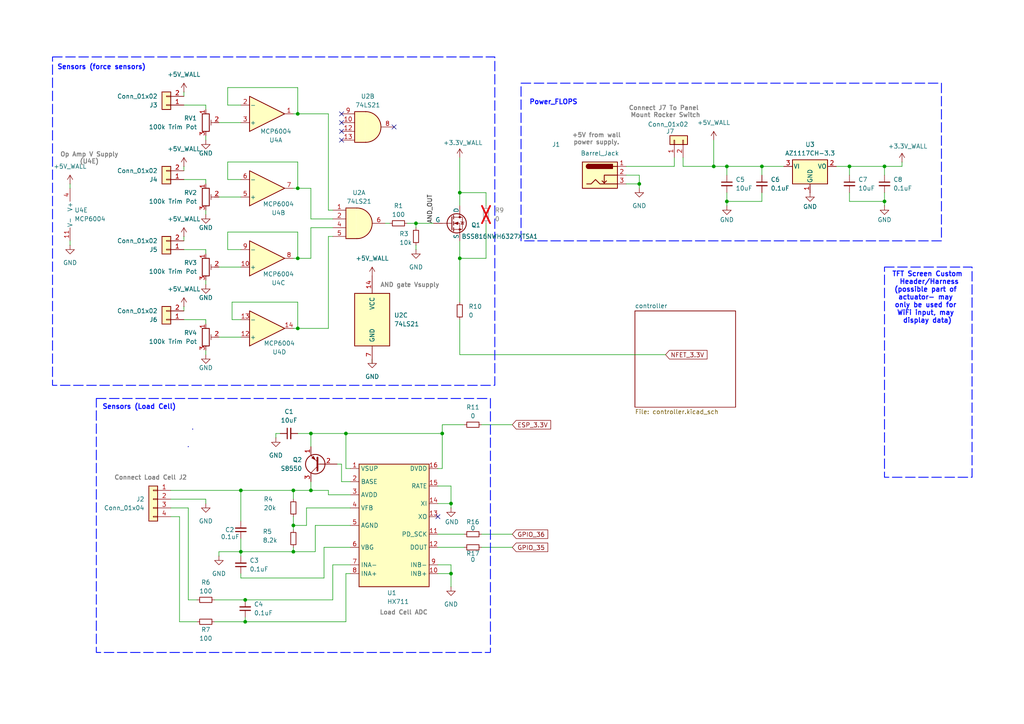
<source format=kicad_sch>
(kicad_sch (version 20231120) (generator "eeschema") (generator_version "8.0")
  (paper "A4")
  (title_block (title "FLOPS") (date "2024-11-14") (rev "3") (company "Team 09"))
  (lib_symbols
    (symbol "74xx:74LS21" (pin_names (offset 1.016))
      (property "Reference" "U" (at 0 1.27 0))
      (property "Value" "74LS21" (at 0 -1.27 0))
      (symbol "74LS21_1_1"
        (arc (start -0.635 -4.445) (mid 3.7907 0) (end -0.635 4.445) (stroke (width 0.254)) (fill (type background)))
        (polyline (pts (xy -0.635 4.445) (xy -3.81 4.445) (xy -3.81 -4.445) (xy -0.635 -4.445)) (stroke (width 0.254)) (fill (type background)))
        (pin input line (at -7.62 3.81 0) (length 3.81) (name "~") (number "1"))
        (pin input line (at -7.62 1.27 0) (length 3.81) (name "~") (number "2"))
        (pin input line (at -7.62 -1.27 0) (length 3.81) (name "~") (number "4"))
        (pin input line (at -7.62 -3.81 0) (length 3.81) (name "~") (number "5"))
        (pin output line (at 7.62 0 180) (length 3.81) (name "~") (number "6"))
      )
      (symbol "74LS21_1_2"
        (arc (start -3.81 -4.445) (mid -2.5908 0) (end -3.81 4.445) (stroke (width 0.254)))
        (arc (start -0.6096 -4.445) (mid 2.2246 -2.8422) (end 3.81 0) (stroke (width 0.254)) (fill (type background)))
        (polyline (pts (xy -3.81 -4.445) (xy -0.635 -4.445)) (stroke (width 0.254)) (fill (type background)))
        (polyline (pts (xy -3.81 4.445) (xy -0.635 4.445)) (stroke (width 0.254)) (fill (type background)))
        (polyline (pts (xy -0.635 4.445) (xy -3.81 4.445) (xy -3.81 4.445) (xy -3.6322 4.0894) (xy -3.0988 2.921) (xy -2.7686 1.6764) (xy -2.6162 0.4318) (xy -2.6416 -0.8636) (xy -2.8702 -2.1082) (xy -3.2512 -3.3274) (xy -3.81 -4.445) (xy -3.81 -4.445) (xy -0.635 -4.445)) (stroke (width -25.4)) (fill (type background)))
        (arc (start 3.81 0) (mid 2.2204 2.8379) (end -0.6096 4.445) (stroke (width 0.254)) (fill (type background)))
        (pin input inverted (at -7.62 3.81 0) (length 3.81) (name "~") (number "1"))
        (pin input inverted (at -7.62 1.27 0) (length 4.826) (name "~") (number "2"))
        (pin input inverted (at -7.62 -1.27 0) (length 4.826) (name "~") (number "4"))
        (pin input inverted (at -7.62 -3.81 0) (length 3.81) (name "~") (number "5"))
        (pin output inverted (at 7.62 0 180) (length 3.81) (name "~") (number "6"))
      )
      (symbol "74LS21_2_1"
        (arc (start -0.635 -4.445) (mid 3.7907 0) (end -0.635 4.445) (stroke (width 0.254)) (fill (type background)))
        (polyline (pts (xy -0.635 4.445) (xy -3.81 4.445) (xy -3.81 -4.445) (xy -0.635 -4.445)) (stroke (width 0.254)) (fill (type background)))
        (pin input line (at -7.62 1.27 0) (length 3.81) (name "~") (number "10"))
        (pin input line (at -7.62 -1.27 0) (length 3.81) (name "~") (number "12"))
        (pin input line (at -7.62 -3.81 0) (length 3.81) (name "~") (number "13"))
        (pin output line (at 7.62 0 180) (length 3.81) (name "~") (number "8"))
        (pin input line (at -7.62 3.81 0) (length 3.81) (name "~") (number "9"))
      )
      (symbol "74LS21_2_2"
        (arc (start -3.81 -4.445) (mid -2.5908 0) (end -3.81 4.445) (stroke (width 0.254)))
        (arc (start -0.6096 -4.445) (mid 2.2246 -2.8422) (end 3.81 0) (stroke (width 0.254)) (fill (type background)))
        (polyline (pts (xy -3.81 -4.445) (xy -0.635 -4.445)) (stroke (width 0.254)) (fill (type background)))
        (polyline (pts (xy -3.81 4.445) (xy -0.635 4.445)) (stroke (width 0.254)) (fill (type background)))
        (polyline (pts (xy -0.635 4.445) (xy -3.81 4.445) (xy -3.81 4.445) (xy -3.6322 4.0894) (xy -3.0988 2.921) (xy -2.7686 1.6764) (xy -2.6162 0.4318) (xy -2.6416 -0.8636) (xy -2.8702 -2.1082) (xy -3.2512 -3.3274) (xy -3.81 -4.445) (xy -3.81 -4.445) (xy -0.635 -4.445)) (stroke (width -25.4)) (fill (type background)))
        (arc (start 3.81 0) (mid 2.2204 2.8379) (end -0.6096 4.445) (stroke (width 0.254)) (fill (type background)))
        (pin input inverted (at -7.62 1.27 0) (length 4.826) (name "~") (number "10"))
        (pin input inverted (at -7.62 -1.27 0) (length 4.826) (name "~") (number "12"))
        (pin input inverted (at -7.62 -3.81 0) (length 3.81) (name "~") (number "13"))
        (pin output inverted (at 7.62 0 180) (length 3.81) (name "~") (number "8"))
        (pin input inverted (at -7.62 3.81 0) (length 3.81) (name "~") (number "9"))
      )
      (symbol "74LS21_3_0"
        (pin power_in line (at 0 12.7 270) (length 5.08) (name "VCC") (number "14"))
        (pin power_in line (at 0 -12.7 90) (length 5.08) (name "GND") (number "7"))
      )
      (symbol "74LS21_3_1"
        (rectangle (start -5.08 7.62) (end 5.08 -7.62) (stroke (width 0.254)) (fill (type background)))
      )
    )
    (symbol "Amplifier_Operational:MCP6004" (pin_names (offset 0.127))
      (property "Reference" "U" (at 0 5.08 0))
      (property "Value" "MCP6004" (at 0 -5.08 0))
      (symbol "MCP6004_1_1"
        (polyline (pts (xy -5.08 5.08) (xy 5.08 0) (xy -5.08 -5.08) (xy -5.08 5.08)) (stroke (width 0.254)) (fill (type background)))
        (pin output line (at 7.62 0 180) (length 2.54) (name "~") (number "1"))
        (pin input line (at -7.62 -2.54 0) (length 2.54) (name "-") (number "2"))
        (pin input line (at -7.62 2.54 0) (length 2.54) (name "+") (number "3"))
      )
      (symbol "MCP6004_2_1"
        (polyline (pts (xy -5.08 5.08) (xy 5.08 0) (xy -5.08 -5.08) (xy -5.08 5.08)) (stroke (width 0.254)) (fill (type background)))
        (pin input line (at -7.62 2.54 0) (length 2.54) (name "+") (number "5"))
        (pin input line (at -7.62 -2.54 0) (length 2.54) (name "-") (number "6"))
        (pin output line (at 7.62 0 180) (length 2.54) (name "~") (number "7"))
      )
      (symbol "MCP6004_3_1"
        (polyline (pts (xy -5.08 5.08) (xy 5.08 0) (xy -5.08 -5.08) (xy -5.08 5.08)) (stroke (width 0.254)) (fill (type background)))
        (pin input line (at -7.62 2.54 0) (length 2.54) (name "+") (number "10"))
        (pin output line (at 7.62 0 180) (length 2.54) (name "~") (number "8"))
        (pin input line (at -7.62 -2.54 0) (length 2.54) (name "-") (number "9"))
      )
      (symbol "MCP6004_4_1"
        (polyline (pts (xy -5.08 5.08) (xy 5.08 0) (xy -5.08 -5.08) (xy -5.08 5.08)) (stroke (width 0.254)) (fill (type background)))
        (pin input line (at -7.62 2.54 0) (length 2.54) (name "+") (number "12"))
        (pin input line (at -7.62 -2.54 0) (length 2.54) (name "-") (number "13"))
        (pin output line (at 7.62 0 180) (length 2.54) (name "~") (number "14"))
      )
      (symbol "MCP6004_5_1"
        (pin power_in line (at -2.54 -7.62 90) (length 3.81) (name "V-") (number "11"))
        (pin power_in line (at -2.54 7.62 270) (length 3.81) (name "V+") (number "4"))
      )
    )
    (symbol "Analog_ADC:HX711"
      (property "Reference" "U1" (at 2.1941 -20.32 0))
      (property "Value" "HX711" (at 2.1941 -22.86 0))
      (symbol "HX711_0_1"
        (rectangle (start -10.16 17.78) (end 10.16 -17.78) (stroke (width 0.254)) (fill (type background)))
      )
      (symbol "HX711_1_1"
        (pin power_in line (at -12.7 16.51 0) (length 2.54) (name "VSUP") (number "1"))
        (pin input line (at 12.7 -13.97 180) (length 2.54) (name "INB+") (number "10"))
        (pin input line (at 12.7 -2.54 180) (length 2.54) (name "PD_SCK") (number "11"))
        (pin output line (at 12.7 -6.35 180) (length 2.54) (name "DOUT") (number "12"))
        (pin passive line (at 12.7 2.54 180) (length 2.54) (name "XO") (number "13"))
        (pin passive line (at 12.7 6.35 180) (length 2.54) (name "XI") (number "14"))
        (pin input line (at 12.7 11.43 180) (length 2.54) (name "RATE") (number "15"))
        (pin power_in line (at 12.7 16.51 180) (length 2.54) (name "DVDD") (number "16"))
        (pin passive line (at -12.7 12.7 0) (length 2.54) (name "BASE") (number "2"))
        (pin power_in line (at -12.7 8.89 0) (length 2.54) (name "AVDD") (number "3"))
        (pin input line (at -12.7 5.08 0) (length 2.54) (name "VFB") (number "4"))
        (pin power_in line (at -12.7 0 0) (length 2.54) (name "AGND") (number "5"))
        (pin passive line (at -12.7 -6.35 0) (length 2.54) (name "VBG") (number "6"))
        (pin input line (at -12.7 -11.43 0) (length 2.54) (name "INA-") (number "7"))
        (pin input line (at -12.7 -13.97 0) (length 2.54) (name "INA+") (number "8"))
        (pin input line (at 12.7 -11.43 180) (length 2.54) (name "INB-") (number "9"))
      )
    )
    (symbol "Connector:Barrel_Jack_Switch_Pin3Ring" (pin_names hide)
      (property "Reference" "J" (at 0 5.334 0))
      (property "Value" "Barrel_Jack_Switch_Pin3Ring" (at 0 -5.08 0))
      (symbol "Barrel_Jack_Switch_Pin3Ring_0_1"
        (rectangle (start -5.08 3.81) (end 5.08 -3.81) (stroke (width 0.254)) (fill (type background)))
        (arc (start -3.302 3.175) (mid -3.9343 2.54) (end -3.302 1.905) (stroke (width 0.254)))
        (arc (start -3.302 3.175) (mid -3.9343 2.54) (end -3.302 1.905) (stroke (width 0.254)) (fill (type outline)))
        (polyline (pts (xy 1.27 -2.286) (xy 1.905 -1.651)) (stroke (width 0.254)))
        (polyline (pts (xy 5.08 2.54) (xy 3.81 2.54)) (stroke (width 0.254)))
        (polyline (pts (xy 5.08 0) (xy 1.27 0) (xy 1.27 -2.286) (xy 0.635 -1.651)) (stroke (width 0.254)))
        (polyline (pts (xy -3.81 -2.54) (xy -2.54 -2.54) (xy -1.27 -1.27) (xy 0 -2.54) (xy 2.54 -2.54) (xy 5.08 -2.54)) (stroke (width 0.254)))
        (rectangle (start 3.683 3.175) (end -3.302 1.905) (stroke (width 0.254)) (fill (type outline)))
      )
      (symbol "Barrel_Jack_Switch_Pin3Ring_1_1"
        (pin passive line (at 7.62 2.54 180) (length 2.54) (name "~") (number "1"))
        (pin passive line (at 7.62 0 180) (length 2.54) (name "~") (number "2"))
        (pin passive line (at 7.62 -2.54 180) (length 2.54) (name "~") (number "3"))
      )
    )
    (symbol "Connector_Generic:Conn_01x02" (pin_names (offset 1.016) hide)
      (property "Reference" "J" (at 0 2.54 0))
      (property "Value" "Conn_01x02" (at 0 -5.08 0))
      (symbol "Conn_01x02_1_1"
        (rectangle (start -1.27 -2.413) (end 0 -2.667) (stroke (width 0.1524)))
        (rectangle (start -1.27 0.127) (end 0 -0.127) (stroke (width 0.1524)))
        (rectangle (start -1.27 1.27) (end 1.27 -3.81) (stroke (width 0.254)) (fill (type background)))
        (pin passive line (at -5.08 0 0) (length 3.81) (name "Pin_1") (number "1"))
        (pin passive line (at -5.08 -2.54 0) (length 3.81) (name "Pin_2") (number "2"))
      )
    )
    (symbol "Connector_Generic:Conn_01x04" (pin_names (offset 1.016) hide)
      (property "Reference" "J" (at 0 5.08 0))
      (property "Value" "Conn_01x04" (at 0 -7.62 0))
      (symbol "Conn_01x04_1_1"
        (rectangle (start -1.27 -4.953) (end 0 -5.207) (stroke (width 0.1524)))
        (rectangle (start -1.27 -2.413) (end 0 -2.667) (stroke (width 0.1524)))
        (rectangle (start -1.27 0.127) (end 0 -0.127) (stroke (width 0.1524)))
        (rectangle (start -1.27 2.667) (end 0 2.413) (stroke (width 0.1524)))
        (rectangle (start -1.27 3.81) (end 1.27 -6.35) (stroke (width 0.254)) (fill (type background)))
        (pin passive line (at -5.08 2.54 0) (length 3.81) (name "Pin_1") (number "1"))
        (pin passive line (at -5.08 0 0) (length 3.81) (name "Pin_2") (number "2"))
        (pin passive line (at -5.08 -2.54 0) (length 3.81) (name "Pin_3") (number "3"))
        (pin passive line (at -5.08 -5.08 0) (length 3.81) (name "Pin_4") (number "4"))
      )
    )
    (symbol "Device:C_Small" (pin_numbers hide) (pin_names (offset 0.254) hide)
      (property "Reference" "C" (at 0.254 1.778 0))
      (property "Value" "C_Small" (at 0.254 -2.032 0))
      (symbol "C_Small_0_1"
        (polyline (pts (xy -1.524 -0.508) (xy 1.524 -0.508)) (stroke (width 0.3302)))
        (polyline (pts (xy -1.524 0.508) (xy 1.524 0.508)) (stroke (width 0.3048)))
      )
      (symbol "C_Small_1_1"
        (pin passive line (at 0 2.54 270) (length 2.032) (name "~") (number "1"))
        (pin passive line (at 0 -2.54 90) (length 2.032) (name "~") (number "2"))
      )
    )
    (symbol "Device:R_Potentiometer_Trim" (pin_names (offset 1.016) hide)
      (property "Reference" "RV" (at -4.445 0 90))
      (property "Value" "R_Potentiometer_Trim" (at -2.54 0 90))
      (symbol "R_Potentiometer_Trim_0_1"
        (polyline (pts (xy 1.524 0.762) (xy 1.524 -0.762)))
        (polyline (pts (xy 2.54 0) (xy 1.524 0)))
        (rectangle (start 1.016 2.54) (end -1.016 -2.54) (stroke (width 0.254)))
      )
      (symbol "R_Potentiometer_Trim_1_1"
        (pin passive line (at 0 3.81 270) (length 1.27) (name "1") (number "1"))
        (pin passive line (at 3.81 0 180) (length 1.27) (name "2") (number "2"))
        (pin passive line (at 0 -3.81 90) (length 1.27) (name "3") (number "3"))
      )
    )
    (symbol "Device:R_Small" (pin_numbers hide) (pin_names (offset 0.254) hide)
      (property "Reference" "R" (at 0.762 0.508 0))
      (property "Value" "R_Small" (at 0.762 -1.016 0))
      (symbol "R_Small_0_1"
        (rectangle (start -0.762 1.778) (end 0.762 -1.778) (stroke (width 0.2032)))
      )
      (symbol "R_Small_1_1"
        (pin passive line (at 0 2.54 270) (length 0.762) (name "~") (number "1"))
        (pin passive line (at 0 -2.54 90) (length 0.762) (name "~") (number "2"))
      )
    )
    (symbol "Regulator_Linear:AZ1117-3.3" (pin_names (offset 0.254))
      (property "Reference" "U" (at -3.81 3.175 0))
      (property "Value" "AZ1117-3.3" (at 0 3.175 0))
      (symbol "AZ1117-3.3_0_1"
        (rectangle (start -5.08 1.905) (end 5.08 -5.08) (stroke (width 0.254)) (fill (type background)))
      )
      (symbol "AZ1117-3.3_1_1"
        (pin power_in line (at 0 -7.62 90) (length 2.54) (name "GND") (number "1"))
        (pin power_out line (at 7.62 0 180) (length 2.54) (name "VO") (number "2"))
        (pin power_in line (at -7.62 0 0) (length 2.54) (name "VI") (number "3"))
      )
    )
    (symbol "Simulation_SPICE:NMOS" (pin_numbers hide) (pin_names (offset 0))
      (property "Reference" "Q" (at 5.08 1.27 0))
      (property "Value" "NMOS" (at 5.08 -1.27 0))
      (symbol "NMOS_0_1"
        (polyline (pts (xy 0.254 0) (xy -2.54 0)))
        (polyline (pts (xy 0.254 1.905) (xy 0.254 -1.905)) (stroke (width 0.254)))
        (polyline (pts (xy 0.762 -1.27) (xy 0.762 -2.286)) (stroke (width 0.254)))
        (polyline (pts (xy 0.762 0.508) (xy 0.762 -0.508)) (stroke (width 0.254)))
        (polyline (pts (xy 0.762 2.286) (xy 0.762 1.27)) (stroke (width 0.254)))
        (polyline (pts (xy 2.54 2.54) (xy 2.54 1.778)))
        (polyline (pts (xy 2.54 -2.54) (xy 2.54 0) (xy 0.762 0)))
        (polyline (pts (xy 0.762 -1.778) (xy 3.302 -1.778) (xy 3.302 1.778) (xy 0.762 1.778)))
        (polyline (pts (xy 1.016 0) (xy 2.032 0.381) (xy 2.032 -0.381) (xy 1.016 0)) (fill (type outline)))
        (polyline (pts (xy 2.794 0.508) (xy 2.921 0.381) (xy 3.683 0.381) (xy 3.81 0.254)))
        (polyline (pts (xy 3.302 0.381) (xy 2.921 -0.254) (xy 3.683 -0.254) (xy 3.302 0.381)))
        (circle (center 1.651 0) (radius 2.794) (stroke (width 0.254)))
        (circle (center 2.54 -1.778) (radius 0.254) (fill (type outline)))
        (circle (center 2.54 1.778) (radius 0.254) (fill (type outline)))
      )
      (symbol "NMOS_1_1"
        (pin passive line (at 2.54 5.08 270) (length 2.54) (name "D") (number "1"))
        (pin input line (at -5.08 0 0) (length 2.54) (name "G") (number "2"))
        (pin passive line (at 2.54 -5.08 90) (length 2.54) (name "S") (number "3"))
      )
    )
    (symbol "Transistor_BJT:S8550" (pin_names (offset 0) hide)
      (property "Reference" "Q" (at 5.08 1.905 0))
      (property "Value" "S8550" (at 5.08 0 0))
      (symbol "S8550_0_1"
        (polyline (pts (xy 0 0) (xy 0.635 0)))
        (polyline (pts (xy 2.54 -2.54) (xy 0.635 -0.635)))
        (polyline (pts (xy 2.54 2.54) (xy 0.635 0.635)))
        (polyline (pts (xy 0.635 1.905) (xy 0.635 -1.905) (xy 0.635 -1.905)) (stroke (width 0.508)) (fill (type outline)))
        (polyline (pts (xy 1.778 -2.286) (xy 2.286 -1.778) (xy 1.27 -1.27) (xy 1.778 -2.286) (xy 1.778 -2.286)) (fill (type outline)))
        (circle (center 1.27 0) (radius 2.8194) (stroke (width 0.254)))
      )
      (symbol "S8550_1_1"
        (pin passive line (at 2.54 -5.08 90) (length 2.54) (name "E") (number "1"))
        (pin input line (at -5.08 0 0) (length 5.08) (name "B") (number "2"))
        (pin passive line (at 2.54 5.08 270) (length 2.54) (name "C") (number "3"))
      )
    )
    (symbol "power:+3.3V" (power) (pin_numbers hide) (pin_names (offset 0) hide)
      (property "Value" "+3.3V" (at 0 3.556 0))
      (symbol "+3.3V_0_1"
        (polyline (pts (xy -0.762 1.27) (xy 0 2.54)))
        (polyline (pts (xy 0 0) (xy 0 2.54)))
        (polyline (pts (xy 0 2.54) (xy 0.762 1.27)))
      )
      (symbol "+3.3V_1_1"
        (pin power_in line (at 0 0 90) (length 0) (name "~") (number "1"))
      )
    )
    (symbol "power:+5V" (power) (pin_numbers hide) (pin_names (offset 0) hide)
      (property "Value" "+5V" (at 0 3.556 0))
      (symbol "+5V_0_1"
        (polyline (pts (xy -0.762 1.27) (xy 0 2.54)))
        (polyline (pts (xy 0 0) (xy 0 2.54)))
        (polyline (pts (xy 0 2.54) (xy 0.762 1.27)))
      )
      (symbol "+5V_1_1"
        (pin power_in line (at 0 0 90) (length 0) (name "~") (number "1"))
      )
    )
    (symbol "power:GND" (power) (pin_numbers hide) (pin_names (offset 0) hide)
      (property "Value" "GND" (at 0 -3.81 0))
      (symbol "GND_0_1"
        (polyline (pts (xy 0 0) (xy 0 -1.27) (xy 1.27 -1.27) (xy 0 -2.54) (xy -1.27 -1.27) (xy 0 -1.27)))
      )
      (symbol "GND_1_1"
        (pin power_in line (at 0 0 270) (length 0) (name "~") (number "1"))
      )
    )
  )
  (junction (at 130.81 166.37))
  (junction (at 220.98 48.26))
  (junction (at 133.35 55.88))
  (junction (at 210.82 48.26))
  (junction (at 128.27 125.73))
  (junction (at 86.36 74.93))
  (junction (at 207.01 48.26))
  (junction (at 90.17 125.73))
  (junction (at 69.85 160.02))
  (junction (at 85.09 142.24))
  (junction (at 69.85 142.24))
  (junction (at 256.54 58.42))
  (junction (at 100.33 125.73))
  (junction (at 210.82 58.42))
  (junction (at 71.12 173.99))
  (junction (at 71.12 180.34))
  (junction (at 85.09 152.4))
  (junction (at 90.17 142.24))
  (junction (at 130.81 146.05))
  (junction (at 86.36 54.61))
  (junction (at 86.36 33.02))
  (junction (at 246.38 48.26))
  (junction (at 85.09 160.02))
  (junction (at 120.65 64.77))
  (junction (at 185.42 53.34))
  (junction (at 133.35 74.93))
  (junction (at 86.36 95.25))
  (junction (at 256.54 48.26))
  (no_connect (at 127 149.86))
  (no_connect (at 99.06 33.02))
  (no_connect (at 114.3 36.83))
  (no_connect (at 99.06 35.56))
  (no_connect (at 99.06 40.64))
  (no_connect (at 99.06 38.1))
  (wire (pts (xy 62.23 173.99) (xy 71.12 173.99)))
  (wire (pts (xy 128.27 123.19) (xy 128.27 125.73)))
  (wire (pts (xy 85.09 74.93) (xy 86.36 74.93)))
  (wire (pts (xy 256.54 58.42) (xy 256.54 59.69)))
  (wire (pts (xy 185.42 53.34) (xy 185.42 54.61)))
  (wire (pts (xy 93.98 167.64) (xy 69.85 167.64)))
  (wire (pts (xy 49.53 142.24) (xy 69.85 142.24)))
  (wire (pts (xy 69.85 160.02) (xy 85.09 160.02)))
  (wire (pts (xy 63.5 57.15) (xy 69.85 57.15)))
  (wire (pts (xy 86.36 74.93) (xy 90.17 74.93)))
  (wire (pts (xy 69.85 142.24) (xy 69.85 151.13)))
  (wire (pts (xy 198.12 48.26) (xy 198.12 45.72)))
  (wire (pts (xy 242.57 48.26) (xy 246.38 48.26)))
  (wire (pts (xy 85.09 160.02) (xy 85.09 158.75)))
  (wire (pts (xy 53.34 92.71) (xy 59.69 92.71)))
  (wire (pts (xy 80.01 125.73) (xy 80.01 127)))
  (wire (pts (xy 69.85 156.21) (xy 69.85 160.02)))
  (wire (pts (xy 49.53 144.78) (xy 59.69 144.78)))
  (wire (pts (xy 63.5 160.02) (xy 69.85 160.02)))
  (wire (pts (xy 101.6 147.32) (xy 88.9 147.32)))
  (wire (pts (xy 59.69 30.48) (xy 59.69 31.75)))
  (wire (pts (xy 140.97 59.69) (xy 140.97 55.88)))
  (wire (pts (xy 90.17 125.73) (xy 100.33 125.73)))
  (wire (pts (xy 133.35 102.87) (xy 193.04 102.87)))
  (wire (pts (xy 198.12 48.26) (xy 207.01 48.26)))
  (wire (pts (xy 95.25 68.58) (xy 96.52 68.58)))
  (wire (pts (xy 59.69 144.78) (xy 59.69 146.05)))
  (wire (pts (xy 53.34 68.58) (xy 53.34 69.85)))
  (wire (pts (xy 246.38 48.26) (xy 246.38 50.8)))
  (wire (pts (xy 67.31 92.71) (xy 69.85 92.71)))
  (wire (pts (xy 59.69 72.39) (xy 59.69 73.66)))
  (wire (pts (xy 181.61 48.26) (xy 195.58 48.26)))
  (wire (pts (xy 220.98 48.26) (xy 220.98 50.8)))
  (wire (pts (xy 220.98 48.26) (xy 227.33 48.26)))
  (wire (pts (xy 66.04 72.39) (xy 69.85 72.39)))
  (wire (pts (xy 127 163.83) (xy 130.81 163.83)))
  (wire (pts (xy 59.69 39.37) (xy 59.69 40.64)))
  (wire (pts (xy 81.28 125.73) (xy 80.01 125.73)))
  (wire (pts (xy 20.32 53.34) (xy 20.32 54.61)))
  (wire (pts (xy 53.34 48.26) (xy 53.34 49.53)))
  (wire (pts (xy 63.5 35.56) (xy 69.85 35.56)))
  (wire (pts (xy 118.11 64.77) (xy 120.65 64.77)))
  (wire (pts (xy 53.34 88.9) (xy 53.34 90.17)))
  (wire (pts (xy 95.25 33.02) (xy 95.25 60.96)))
  (wire (pts (xy 85.09 152.4) (xy 85.09 153.67)))
  (wire (pts (xy 66.04 67.31) (xy 86.36 67.31)))
  (wire (pts (xy 52.07 149.86) (xy 52.07 180.34)))
  (wire (pts (xy 210.82 55.88) (xy 210.82 58.42)))
  (wire (pts (xy 67.31 87.63) (xy 67.31 92.71)))
  (wire (pts (xy 101.6 166.37) (xy 100.33 166.37)))
  (wire (pts (xy 90.17 125.73) (xy 90.17 129.54)))
  (wire (pts (xy 256.54 55.88) (xy 256.54 58.42)))
  (wire (pts (xy 140.97 64.77) (xy 140.97 74.93)))
  (wire (pts (xy 86.36 67.31) (xy 86.36 74.93)))
  (wire (pts (xy 86.36 46.99) (xy 86.36 54.61)))
  (wire (pts (xy 59.69 101.6) (xy 59.69 102.87)))
  (wire (pts (xy 85.09 33.02) (xy 86.36 33.02)))
  (wire (pts (xy 120.65 64.77) (xy 120.65 66.04)))
  (wire (pts (xy 85.09 149.86) (xy 85.09 152.4)))
  (wire (pts (xy 139.7 154.94) (xy 148.59 154.94)))
  (wire (pts (xy 210.82 58.42) (xy 220.98 58.42)))
  (wire (pts (xy 100.33 166.37) (xy 100.33 180.34)))
  (wire (pts (xy 20.32 69.85) (xy 20.32 71.12)))
  (wire (pts (xy 69.85 142.24) (xy 85.09 142.24)))
  (wire (pts (xy 63.5 161.29) (xy 63.5 160.02)))
  (wire (pts (xy 256.54 48.26) (xy 256.54 50.8)))
  (wire (pts (xy 133.35 45.72) (xy 133.35 55.88)))
  (wire (pts (xy 71.12 173.99) (xy 96.52 173.99)))
  (wire (pts (xy 133.35 74.93) (xy 133.35 87.63)))
  (wire (pts (xy 101.6 135.89) (xy 100.33 135.89)))
  (wire (pts (xy 95.25 95.25) (xy 95.25 68.58)))
  (wire (pts (xy 49.53 147.32) (xy 54.61 147.32)))
  (wire (pts (xy 53.34 72.39) (xy 59.69 72.39)))
  (wire (pts (xy 139.7 158.75) (xy 148.59 158.75)))
  (wire (pts (xy 53.34 52.07) (xy 59.69 52.07)))
  (wire (pts (xy 86.36 54.61) (xy 90.17 54.61)))
  (wire (pts (xy 88.9 147.32) (xy 88.9 152.4)))
  (wire (pts (xy 85.09 160.02) (xy 91.44 160.02)))
  (wire (pts (xy 127 140.97) (xy 130.81 140.97)))
  (wire (pts (xy 130.81 146.05) (xy 130.81 147.32)))
  (wire (pts (xy 90.17 142.24) (xy 90.17 139.7)))
  (wire (pts (xy 59.69 81.28) (xy 59.69 82.55)))
  (wire (pts (xy 220.98 58.42) (xy 220.98 55.88)))
  (wire (pts (xy 85.09 142.24) (xy 90.17 142.24)))
  (wire (pts (xy 86.36 125.73) (xy 90.17 125.73)))
  (wire (pts (xy 91.44 152.4) (xy 91.44 160.02)))
  (wire (pts (xy 100.33 125.73) (xy 100.33 135.89)))
  (wire (pts (xy 49.53 149.86) (xy 52.07 149.86)))
  (wire (pts (xy 101.6 143.51) (xy 95.25 143.51)))
  (wire (pts (xy 134.62 123.19) (xy 128.27 123.19)))
  (wire (pts (xy 207.01 48.26) (xy 210.82 48.26)))
  (wire (pts (xy 207.01 40.64) (xy 207.01 48.26)))
  (wire (pts (xy 210.82 48.26) (xy 210.82 50.8)))
  (wire (pts (xy 53.34 26.67) (xy 53.34 27.94)))
  (wire (pts (xy 86.36 25.4) (xy 86.36 33.02)))
  (wire (pts (xy 66.04 52.07) (xy 69.85 52.07)))
  (wire (pts (xy 148.59 123.19) (xy 139.7 123.19)))
  (wire (pts (xy 140.97 55.88) (xy 133.35 55.88)))
  (wire (pts (xy 107.95 105.41) (xy 107.95 104.14)))
  (wire (pts (xy 59.69 92.71) (xy 59.69 93.98)))
  (wire (pts (xy 181.61 50.8) (xy 185.42 50.8)))
  (wire (pts (xy 256.54 48.26) (xy 261.62 48.26)))
  (wire (pts (xy 210.82 58.42) (xy 210.82 59.69)))
  (wire (pts (xy 127 166.37) (xy 130.81 166.37)))
  (wire (pts (xy 66.04 46.99) (xy 66.04 52.07)))
  (wire (pts (xy 88.9 152.4) (xy 85.09 152.4)))
  (wire (pts (xy 96.52 163.83) (xy 96.52 173.99)))
  (wire (pts (xy 52.07 180.34) (xy 57.15 180.34)))
  (wire (pts (xy 99.06 134.62) (xy 97.79 134.62)))
  (wire (pts (xy 62.23 180.34) (xy 71.12 180.34)))
  (wire (pts (xy 95.25 60.96) (xy 96.52 60.96)))
  (wire (pts (xy 90.17 63.5) (xy 96.52 63.5)))
  (wire (pts (xy 127 154.94) (xy 134.62 154.94)))
  (wire (pts (xy 120.65 64.77) (xy 125.73 64.77)))
  (wire (pts (xy 185.42 50.8) (xy 185.42 53.34)))
  (wire (pts (xy 71.12 180.34) (xy 100.33 180.34)))
  (wire (pts (xy 63.5 97.79) (xy 69.85 97.79)))
  (wire (pts (xy 140.97 74.93) (xy 133.35 74.93)))
  (wire (pts (xy 101.6 152.4) (xy 91.44 152.4)))
  (wire (pts (xy 99.06 134.62) (xy 99.06 139.7)))
  (wire (pts (xy 66.04 25.4) (xy 66.04 30.48)))
  (wire (pts (xy 90.17 54.61) (xy 90.17 63.5)))
  (wire (pts (xy 99.06 139.7) (xy 101.6 139.7)))
  (wire (pts (xy 59.69 60.96) (xy 59.69 62.23)))
  (wire (pts (xy 63.5 77.47) (xy 69.85 77.47)))
  (wire (pts (xy 210.82 48.26) (xy 220.98 48.26)))
  (wire (pts (xy 54.61 147.32) (xy 54.61 173.99)))
  (wire (pts (xy 133.35 55.88) (xy 133.35 59.69)))
  (wire (pts (xy 130.81 163.83) (xy 130.81 166.37)))
  (wire (pts (xy 130.81 140.97) (xy 130.81 146.05)))
  (wire (pts (xy 66.04 46.99) (xy 86.36 46.99)))
  (wire (pts (xy 85.09 54.61) (xy 86.36 54.61)))
  (wire (pts (xy 90.17 66.04) (xy 96.52 66.04)))
  (wire (pts (xy 85.09 95.25) (xy 86.36 95.25)))
  (wire (pts (xy 67.31 87.63) (xy 86.36 87.63)))
  (wire (pts (xy 120.65 71.12) (xy 120.65 72.39)))
  (wire (pts (xy 90.17 74.93) (xy 90.17 66.04)))
  (wire (pts (xy 133.35 69.85) (xy 133.35 74.93)))
  (wire (pts (xy 127 158.75) (xy 134.62 158.75)))
  (wire (pts (xy 53.34 30.48) (xy 59.69 30.48)))
  (wire (pts (xy 86.36 95.25) (xy 95.25 95.25)))
  (wire (pts (xy 100.33 125.73) (xy 128.27 125.73)))
  (wire (pts (xy 59.69 52.07) (xy 59.69 53.34)))
  (wire (pts (xy 95.25 142.24) (xy 90.17 142.24)))
  (wire (pts (xy 69.85 167.64) (xy 69.85 166.37)))
  (wire (pts (xy 246.38 55.88) (xy 246.38 58.42)))
  (wire (pts (xy 86.36 33.02) (xy 95.25 33.02)))
  (wire (pts (xy 54.61 173.99) (xy 57.15 173.99)))
  (wire (pts (xy 93.98 158.75) (xy 93.98 167.64)))
  (wire (pts (xy 85.09 142.24) (xy 85.09 144.78)))
  (wire (pts (xy 101.6 163.83) (xy 96.52 163.83)))
  (wire (pts (xy 86.36 87.63) (xy 86.36 95.25)))
  (wire (pts (xy 181.61 53.34) (xy 185.42 53.34)))
  (wire (pts (xy 133.35 92.71) (xy 133.35 102.87)))
  (wire (pts (xy 246.38 48.26) (xy 256.54 48.26)))
  (wire (pts (xy 130.81 166.37) (xy 130.81 170.18)))
  (wire (pts (xy 113.03 64.77) (xy 111.76 64.77)))
  (wire (pts (xy 71.12 180.34) (xy 71.12 179.07)))
  (wire (pts (xy 95.25 143.51) (xy 95.25 142.24)))
  (wire (pts (xy 66.04 25.4) (xy 86.36 25.4)))
  (wire (pts (xy 127 146.05) (xy 130.81 146.05)))
  (wire (pts (xy 101.6 158.75) (xy 93.98 158.75)))
  (wire (pts (xy 246.38 58.42) (xy 256.54 58.42)))
  (wire (pts (xy 195.58 48.26) (xy 195.58 45.72)))
  (wire (pts (xy 128.27 135.89) (xy 128.27 125.73)))
  (wire (pts (xy 261.62 46.99) (xy 261.62 48.26)))
  (wire (pts (xy 66.04 30.48) (xy 69.85 30.48)))
  (wire (pts (xy 66.04 67.31) (xy 66.04 72.39)))
  (wire (pts (xy 127 135.89) (xy 128.27 135.89)))
  (wire (pts (xy 69.85 160.02) (xy 69.85 161.29)))
  (rectangle (start 15.24 16.51) (end 143.51 111.76) (stroke (width 0.254) (type dash) (color 0 11 255 1)))
  (rectangle (start 151.13 24.13) (end 273.05 69.85) (stroke (width 0.254) (type dash) (color 0 11 255 1)))
  (circle (center 54.61 129.54) (radius 0.0001))
  (rectangle (start 256.54 77.47) (end 281.94 138.43) (stroke (width 0.254) (type dash) (color 0 11 255 1)))
  (rectangle (start 27.94 115.57) (end 142.24 189.23) (stroke (width 0.254) (type dash) (color 0 11 255 1)))
  (circle (center 55.88 124.46) (radius 0.0001))
  (text "Connect J7 To Panel\n Mount Rocker Switch" (at 192.532 32.512 0) (effects (font (size 1.27 1.27) (thickness 0.254) (bold yes))))
  (text "Power_FLOPS" (at 160.528 29.718 0) (effects (font (size 1.397 1.397) (thickness 0.2794) (bold yes))))
  (text "+5V from wall \npower supply. " (at 173.482 40.386 0) (effects (font (size 1.27 1.27) (thickness 0.254) (bold yes))))
  (text "Op Amp V Supply\n(U4E)\n" (at 25.908 45.974 0) (effects (font (size 1.27 1.27) (thickness 0.254) (bold yes))))
  (text "Sensors (Load Cell)" (at 40.386 118.11 0) (effects (font (size 1.397 1.397) (thickness 0.2794) (bold yes))))
  (text "Load Cell ADC" (at 117.094 177.8 0) (effects (font (size 1.27 1.27) (thickness 0.254) (bold yes))))
  (text "Sensors (force sensors)" (at 29.464 19.558 0) (effects (font (size 1.397 1.397) (thickness 0.2794) (bold yes))))
  (text "Connect Load Cell J2\n" (at 43.688 138.684 0) (effects (font (size 1.27 1.27) (thickness 0.254) (bold yes))))
  (text "TFT Screen Custom\n Header/Harness\n(possible part of \nactuator- may \nonly be used for \nWiFi input, may \ndisplay data)" (at 268.986 86.36 0) (effects (font (size 1.397 1.397) (thickness 0.2794) (bold yes))))
  (text "AND gate Vsupply\n" (at 118.872 82.804 0) (effects (font (size 1.27 1.27) (thickness 0.254) (bold yes))))
  (label "AND_OUT" (at 125.73 64.77 90))
  (global_label "NFET_3.3V" (shape input) (at 193.04 102.87 0) (property "Intersheetrefs" "${INTERSHEET_REFS}" (effects (hide yes))))
  (global_label "GPIO_35" (shape input) (at 148.59 158.75 0) (property "Intersheetrefs" "${INTERSHEET_REFS}" (effects (hide yes))))
  (global_label "GPIO_36" (shape input) (at 148.59 154.94 0) (property "Intersheetrefs" "${INTERSHEET_REFS}" (effects (hide yes))))
  (global_label "ESP_3.3V" (shape input) (at 148.59 123.19 0) (property "Intersheetrefs" "${INTERSHEET_REFS}" (effects (hide yes))))
  (symbol (lib_id "74xx:74LS21") (at 104.14 64.77 0) (unit 1)
    (property "Reference" "U2" (at 104.1303 55.88 0))
    (property "Value" "74LS21" (at 104.1303 58.42 0))
    (property "Footprint" "Package_SO:SOIC-14_3.9x8.7mm_P1.27mm" (effects (hide yes)))
    (property "Datasheet" "http://www.ti.com/lit/gpn/sn74LS21" (effects (hide yes)))
    (property "Description" "Dual 4-input AND" (effects (hide yes)))
  )
  (symbol (lib_id "Amplifier_Operational:MCP6004") (at 77.47 54.61 0) (mirror x) (unit 2)
    (property "Reference" "U4" (at 80.772 61.722 0))
    (property "Value" "MCP6004" (at 80.772 59.182 0))
    (property "Footprint" "Package_SO:SOIC-14_3.9x8.7mm_P1.27mm" (effects (hide yes)))
    (property "Datasheet" "http://ww1.microchip.com/downloads/en/DeviceDoc/21733j.pdf" (effects (hide yes)))
    (property "Description" "1MHz, Low-Power Op Amp, DIP-14/SOIC-14/TSSOP-14" (effects (hide yes)))
  )
  (symbol (lib_id "74xx:74LS21") (at 107.95 92.71 0) (unit 3)
    (property "Reference" "U2" (at 114.3 91.4399 0) (effects (justify left)))
    (property "Value" "74LS21" (at 114.3 93.9799 0) (effects (justify left)))
    (property "Footprint" "Package_SO:SOIC-14_3.9x8.7mm_P1.27mm" (effects (hide yes)))
    (property "Datasheet" "http://www.ti.com/lit/gpn/sn74LS21" (effects (hide yes)))
    (property "Description" "Dual 4-input AND" (effects (hide yes)))
  )
  (symbol (lib_id "Device:R_Small") (at 137.16 158.75 270) (unit 1)
    (property "Reference" "R17" (at 137.16 160.528 90))
    (property "Value" "0" (at 137.16 162.306 90))
    (property "Footprint" "Resistor_SMD:R_0603_1608Metric_Pad0.98x0.95mm_HandSolder" (effects (hide yes)))
    (property "Description" "Resistor, small symbol" (effects (hide yes)))
  )
  (symbol (lib_id "Device:R_Potentiometer_Trim") (at 59.69 77.47 0) (unit 1)
    (property "Reference" "RV3" (at 57.15 76.1999 0) (effects (justify right)))
    (property "Value" "100k Trim Pot" (at 57.15 78.7399 0) (effects (justify right)))
    (property "Footprint" "Potentiometer_SMD:Potentiometer_Bourns_TC33X_Vertical" (effects (hide yes)))
    (property "Description" "Trim-potentiometer" (effects (hide yes)))
  )
  (symbol (lib_id "power:GND") (at 234.95 55.88 0) (unit 1)
    (property "Reference" "#PWR02" (effects (hide yes)))
    (property "Value" "GND" (at 234.95 59.944 0))
    (property "Description" "Power symbol creates a global label with name \"GND\" , ground" (effects (hide yes)))
  )
  (symbol (lib_id "Device:R_Small") (at 85.09 147.32 180) (unit 1)
    (property "Reference" "R4" (at 76.454 144.78 0) (effects (justify right)))
    (property "Value" "20k" (at 76.454 147.32 0) (effects (justify right)))
    (property "Footprint" "Resistor_SMD:R_0603_1608Metric_Pad0.98x0.95mm_HandSolder" (effects (hide yes)))
    (property "Description" "Resistor, small symbol" (effects (hide yes)))
  )
  (symbol (lib_id "power:+3.3V") (at 107.95 80.01 0) (unit 1)
    (property "Reference" "#PWR026" (effects (hide yes)))
    (property "Value" "+5V_WALL" (at 107.95 74.93 0))
    (property "Description" "Power symbol creates a global label with name \"+3.3V\"" (effects (hide yes)))
  )
  (symbol (lib_id "power:GND") (at 130.81 147.32 0) (unit 1)
    (property "Reference" "#PWR015" (effects (hide yes)))
    (property "Value" "GND" (at 131.064 151.384 0))
    (property "Description" "Power symbol creates a global label with name \"GND\" , ground" (effects (hide yes)))
  )
  (symbol (lib_id "Amplifier_Operational:MCP6004") (at 77.47 74.93 0) (mirror x) (unit 3)
    (property "Reference" "U4" (at 80.772 82.042 0))
    (property "Value" "MCP6004" (at 80.772 79.502 0))
    (property "Footprint" "Package_SO:SOIC-14_3.9x8.7mm_P1.27mm" (effects (hide yes)))
    (property "Datasheet" "http://ww1.microchip.com/downloads/en/DeviceDoc/21733j.pdf" (effects (hide yes)))
    (property "Description" "1MHz, Low-Power Op Amp, DIP-14/SOIC-14/TSSOP-14" (effects (hide yes)))
  )
  (symbol (lib_id "Device:C_Small") (at 256.54 53.34 0) (unit 1)
    (property "Reference" "C8" (at 259.08 52.0762 0) (effects (justify left)))
    (property "Value" "0.1uF" (at 259.08 54.6162 0) (effects (justify left)))
    (property "Footprint" "Capacitor_SMD:C_0603_1608Metric_Pad1.08x0.95mm_HandSolder" (effects (hide yes)))
    (property "Description" "Unpolarized capacitor, small symbol" (effects (hide yes)))
  )
  (symbol (lib_id "power:GND") (at 59.69 40.64 0) (unit 1)
    (property "Reference" "#PWR025" (effects (hide yes)))
    (property "Value" "GND" (at 59.69 44.45 0))
    (property "Description" "Power symbol creates a global label with name \"GND\" , ground" (effects (hide yes)))
  )
  (symbol (lib_id "Device:C_Small") (at 69.85 163.83 180) (unit 1)
    (property "Reference" "C3" (at 72.39 162.5535 0) (effects (justify right)))
    (property "Value" "0.1uF" (at 72.39 165.0935 0) (effects (justify right)))
    (property "Footprint" "Capacitor_SMD:C_0603_1608Metric_Pad1.08x0.95mm_HandSolder" (effects (hide yes)))
    (property "Description" "Unpolarized capacitor, small symbol" (effects (hide yes)))
  )
  (symbol (lib_id "power:+5V") (at 20.32 53.34 0) (unit 1)
    (property "Reference" "#PWR05" (effects (hide yes)))
    (property "Value" "+5V_WALL" (at 20.32 48.26 0))
    (property "Description" "Power symbol creates a global label with name \"+5V\"" (effects (hide yes)))
  )
  (symbol (lib_id "Device:R_Small") (at 59.69 180.34 270) (unit 1)
    (property "Reference" "R7" (at 59.69 182.626 90))
    (property "Value" "100" (at 59.69 185.166 90))
    (property "Footprint" "Resistor_SMD:R_0603_1608Metric_Pad0.98x0.95mm_HandSolder" (effects (hide yes)))
    (property "Description" "Resistor, small symbol" (effects (hide yes)))
  )
  (symbol (lib_id "power:+3.3V") (at 261.62 46.99 0) (unit 1)
    (property "Reference" "#PWR07" (effects (hide yes)))
    (property "Value" "+3.3V_WALL" (at 257.556 42.418 0) (effects (justify left)))
    (property "Description" "Power symbol creates a global label with name \"+3.3V\"" (effects (hide yes)))
  )
  (symbol (lib_id "power:GND") (at 59.69 82.55 0) (unit 1)
    (property "Reference" "#PWR020" (effects (hide yes)))
    (property "Value" "GND" (at 59.69 86.36 0))
    (property "Description" "Power symbol creates a global label with name \"GND\" , ground" (effects (hide yes)))
  )
  (symbol (lib_id "power:+3.3V") (at 53.34 88.9 0) (unit 1)
    (property "Reference" "#PWR021" (effects (hide yes)))
    (property "Value" "+5V_WALL" (at 53.34 83.82 0))
    (property "Description" "Power symbol creates a global label with name \"+3.3V\"" (effects (hide yes)))
  )
  (symbol (lib_id "Connector_Generic:Conn_01x02") (at 195.58 40.64 90) (unit 1)
    (property "Reference" "J7" (at 195.5799 38.1 90) (effects (justify left)))
    (property "Value" "Conn_01x02" (at 199.644 36.068 90) (effects (justify left)))
    (property "Footprint" "Connector_JST:JST_XA_S02B-XASK-1N-BN_1x02_P2.50mm_Horizontal" (effects (hide yes)))
    (property "Description" "Generic connector, single row, 01x02, script generated (kicad-library-utils/schlib/autogen/connector/)" (effects (hide yes)))
  )
  (symbol (lib_id "Transistor_BJT:S8550") (at 92.71 134.62 180) (unit 1)
    (property "Reference" "Q2" (at 87.63 133.3499 0) (effects (justify left)))
    (property "Value" "S8550" (at 87.63 135.8899 0) (effects (justify left)))
    (property "Footprint" "Package_TO_SOT_SMD:SOT-23-3" (effects (hide yes)))
    (property "Datasheet" "http://www.unisonic.com.tw/datasheet/S8550.pdf" (effects (hide yes)))
    (property "Description" "0.7A Ic, 20V Vce, Low Voltage High Current PNP Transistor, TO-92" (effects (hide yes)))
  )
  (symbol (lib_id "Device:C_Small") (at 210.82 53.34 0) (unit 1)
    (property "Reference" "C5" (at 213.36 52.0762 0) (effects (justify left)))
    (property "Value" "10uF" (at 213.36 54.6162 0) (effects (justify left)))
    (property "Footprint" "Capacitor_SMD:C_0603_1608Metric_Pad1.08x0.95mm_HandSolder" (effects (hide yes)))
    (property "Description" "Unpolarized capacitor, small symbol" (effects (hide yes)))
  )
  (symbol (lib_id "Device:C_Small") (at 246.38 53.34 0) (unit 1)
    (property "Reference" "C7" (at 248.92 52.0762 0) (effects (justify left)))
    (property "Value" "10uF" (at 248.92 54.6162 0) (effects (justify left)))
    (property "Footprint" "Capacitor_SMD:C_0603_1608Metric_Pad1.08x0.95mm_HandSolder" (effects (hide yes)))
    (property "Description" "Unpolarized capacitor, small symbol" (effects (hide yes)))
  )
  (symbol (lib_id "power:+3.3V") (at 53.34 68.58 0) (unit 1)
    (property "Reference" "#PWR019" (effects (hide yes)))
    (property "Value" "+5V_WALL" (at 53.34 63.5 0))
    (property "Description" "Power symbol creates a global label with name \"+3.3V\"" (effects (hide yes)))
  )
  (symbol (lib_id "power:+5V") (at 207.01 40.64 0) (unit 1)
    (property "Reference" "#PWR01" (effects (hide yes)))
    (property "Value" "+5V_WALL" (at 207.01 35.56 0))
    (property "Description" "Power symbol creates a global label with name \"+5V\"" (effects (hide yes)))
  )
  (symbol (lib_id "power:GND") (at 130.81 170.18 0) (unit 1)
    (property "Reference" "#PWR014" (effects (hide yes)))
    (property "Value" "GND" (at 130.81 175.26 0))
    (property "Description" "Power symbol creates a global label with name \"GND\" , ground" (effects (hide yes)))
  )
  (symbol (lib_id "Analog_ADC:HX711") (at 114.3 152.4 0) (unit 1)
    (property "Reference" "U1" (at 112.268 171.958 0) (effects (justify left)))
    (property "Value" "HX711" (at 112.268 174.498 0) (effects (justify left)))
    (property "Footprint" "Package_SO:SOP-16_3.9x9.9mm_P1.27mm" (effects (hide yes)))
    (property "Datasheet" "https://web.archive.org/web/20220615044707/https://akizukidenshi.com/download/ds/avia/hx711.pdf" (effects (hide yes)))
    (property "Description" "24-Bit Analog-to-Digital Converter (ADC) for Weight Scales" (effects (hide yes)))
  )
  (symbol (lib_id "power:+3.3V") (at 53.34 26.67 0) (unit 1)
    (property "Reference" "#PWR018" (effects (hide yes)))
    (property "Value" "+5V_WALL" (at 53.34 21.59 0))
    (property "Description" "Power symbol creates a global label with name \"+3.3V\"" (effects (hide yes)))
  )
  (symbol (lib_id "power:GND") (at 59.69 146.05 0) (unit 1)
    (property "Reference" "#PWR012" (effects (hide yes)))
    (property "Value" "GND" (at 59.69 151.13 0))
    (property "Description" "Power symbol creates a global label with name \"GND\" , ground" (effects (hide yes)))
  )
  (symbol (lib_id "Device:R_Potentiometer_Trim") (at 59.69 35.56 0) (unit 1)
    (property "Reference" "RV1" (at 57.15 34.2899 0) (effects (justify right)))
    (property "Value" "100k Trim Pot" (at 57.15 36.8299 0) (effects (justify right)))
    (property "Footprint" "Potentiometer_SMD:Potentiometer_Bourns_TC33X_Vertical" (effects (hide yes)))
    (property "Description" "Trim-potentiometer" (effects (hide yes)))
  )
  (symbol (lib_id "Amplifier_Operational:MCP6004") (at 22.86 62.23 0) (unit 5)
    (property "Reference" "U4" (at 21.59 60.9599 0) (effects (justify left)))
    (property "Value" "MCP6004" (at 21.59 63.4999 0) (effects (justify left)))
    (property "Footprint" "Package_SO:SOIC-14_3.9x8.7mm_P1.27mm" (effects (hide yes)))
    (property "Datasheet" "http://ww1.microchip.com/downloads/en/DeviceDoc/21733j.pdf" (effects (hide yes)))
    (property "Description" "1MHz, Low-Power Op Amp, DIP-14/SOIC-14/TSSOP-14" (effects (hide yes)))
  )
  (symbol (lib_id "power:GND") (at 120.65 72.39 0) (unit 1)
    (property "Reference" "#PWR028" (effects (hide yes)))
    (property "Value" "GND" (at 120.65 77.47 0))
    (property "Description" "Power symbol creates a global label with name \"GND\" , ground" (effects (hide yes)))
  )
  (symbol (lib_id "Device:R_Small") (at 59.69 173.99 270) (unit 1)
    (property "Reference" "R6" (at 59.69 168.91 90))
    (property "Value" "100" (at 59.69 171.45 90))
    (property "Footprint" "Resistor_SMD:R_0603_1608Metric_Pad0.98x0.95mm_HandSolder" (effects (hide yes)))
    (property "Description" "Resistor, small symbol" (effects (hide yes)))
  )
  (symbol (lib_id "Device:R_Potentiometer_Trim") (at 59.69 97.79 0) (unit 1)
    (property "Reference" "RV4" (at 57.15 96.5199 0) (effects (justify right)))
    (property "Value" "100k Trim Pot" (at 57.15 99.0599 0) (effects (justify right)))
    (property "Footprint" "Potentiometer_SMD:Potentiometer_Bourns_TC33X_Vertical" (effects (hide yes)))
    (property "Description" "Trim-potentiometer" (effects (hide yes)))
  )
  (symbol (lib_id "power:+3.3V") (at 133.35 45.72 0) (unit 1)
    (property "Reference" "#PWR08" (effects (hide yes)))
    (property "Value" "+3.3V_WALL" (at 128.524 41.402 0) (effects (justify left)))
    (property "Description" "Power symbol creates a global label with name \"+3.3V\"" (effects (hide yes)))
  )
  (symbol (lib_id "Simulation_SPICE:NMOS") (at 130.81 64.77 0) (unit 1)
    (property "Reference" "Q1" (at 136.652 65.278 0) (effects (justify left)))
    (property "Value" "BSS816NWH6327XTSA1" (at 133.858 68.58 0) (effects (justify left)))
    (property "Footprint" "Package_TO_SOT_SMD:SOT-323_SC-70" (effects (hide yes)))
    (property "Datasheet" "https://ngspice.sourceforge.io/docs/ngspice-html-manual/manual.xhtml#cha_MOSFETs" (effects (hide yes)))
    (property "Description" "N-MOSFET transistor, drain/source/gate" (effects (hide yes)))
    (property "Sim.Device" "NMOS" (effects (hide yes)))
    (property "Sim.Type" "VDMOS" (effects (hide yes)))
    (property "Sim.Pins" "1=D 2=G 3=S" (effects (hide yes)))
  )
  (symbol (lib_id "Device:R_Small") (at 140.97 62.23 180) (unit 1) (dnp yes)
    (property "Reference" "R9" (at 143.51 60.9599 0) (effects (justify right)))
    (property "Value" "0" (at 143.51 63.4999 0) (effects (justify right)))
    (property "Footprint" "Resistor_SMD:R_0603_1608Metric_Pad0.98x0.95mm_HandSolder" (effects (hide yes)))
    (property "Description" "Resistor, small symbol" (effects (hide yes)))
  )
  (symbol (lib_id "Device:C_Small") (at 69.85 153.67 180) (unit 1)
    (property "Reference" "C2" (at 65.278 153.67 0) (effects (justify right)))
    (property "Value" "0.1uF" (at 64.008 155.702 0) (effects (justify right)))
    (property "Footprint" "Capacitor_SMD:C_0603_1608Metric_Pad1.08x0.95mm_HandSolder" (effects (hide yes)))
    (property "Description" "Unpolarized capacitor, small symbol" (effects (hide yes)))
  )
  (symbol (lib_id "Connector_Generic:Conn_01x02") (at 48.26 52.07 180) (unit 1)
    (property "Reference" "J4" (at 45.72 52.0701 0) (effects (justify left)))
    (property "Value" "Conn_01x02" (at 45.72 49.5301 0) (effects (justify left)))
    (property "Footprint" "Connector_JST:JST_XA_S02B-XASK-1N-BN_1x02_P2.50mm_Horizontal" (effects (hide yes)))
    (property "Description" "Generic connector, single row, 01x02, script generated (kicad-library-utils/schlib/autogen/connector/)" (effects (hide yes)))
  )
  (symbol (lib_id "Device:C_Small") (at 71.12 176.53 180) (unit 1)
    (property "Reference" "C4" (at 73.66 175.2535 0) (effects (justify right)))
    (property "Value" "0.1uF" (at 73.66 177.7935 0) (effects (justify right)))
    (property "Footprint" "Capacitor_SMD:C_0603_1608Metric_Pad1.08x0.95mm_HandSolder" (effects (hide yes)))
    (property "Description" "Unpolarized capacitor, small symbol" (effects (hide yes)))
  )
  (symbol (lib_id "Connector_Generic:Conn_01x02") (at 48.26 72.39 180) (unit 1)
    (property "Reference" "J5" (at 45.72 72.3901 0) (effects (justify left)))
    (property "Value" "Conn_01x02" (at 45.72 69.8501 0) (effects (justify left)))
    (property "Footprint" "Connector_JST:JST_XA_S02B-XASK-1N-BN_1x02_P2.50mm_Horizontal" (effects (hide yes)))
    (property "Description" "Generic connector, single row, 01x02, script generated (kicad-library-utils/schlib/autogen/connector/)" (effects (hide yes)))
  )
  (symbol (lib_id "Device:C_Small") (at 83.82 125.73 90) (unit 1)
    (property "Reference" "C1" (at 83.8263 119.38 90))
    (property "Value" "10uF" (at 83.8263 121.92 90))
    (property "Footprint" "Capacitor_SMD:C_0603_1608Metric_Pad1.08x0.95mm_HandSolder" (effects (hide yes)))
    (property "Description" "Unpolarized capacitor, small symbol" (effects (hide yes)))
  )
  (symbol (lib_id "Device:R_Small") (at 85.09 156.21 180) (unit 1)
    (property "Reference" "R5" (at 76.2 154.178 0) (effects (justify right)))
    (property "Value" "8.2k" (at 76.2 156.718 0) (effects (justify right)))
    (property "Footprint" "Resistor_SMD:R_0603_1608Metric_Pad0.98x0.95mm_HandSolder" (effects (hide yes)))
    (property "Description" "Resistor, small symbol" (effects (hide yes)))
  )
  (symbol (lib_id "power:GND") (at 185.42 54.61 0) (unit 1)
    (property "Reference" "#PWR03" (effects (hide yes)))
    (property "Value" "GND" (at 185.42 59.69 0))
    (property "Description" "Power symbol creates a global label with name \"GND\" , ground" (effects (hide yes)))
  )
  (symbol (lib_id "power:GND") (at 59.69 102.87 0) (unit 1)
    (property "Reference" "#PWR022" (effects (hide yes)))
    (property "Value" "GND" (at 59.69 106.68 0))
    (property "Description" "Power symbol creates a global label with name \"GND\" , ground" (effects (hide yes)))
  )
  (symbol (lib_id "Regulator_Linear:AZ1117-3.3") (at 234.95 48.26 0) (unit 1)
    (property "Reference" "U3" (at 234.95 41.91 0))
    (property "Value" "AZ1117CH-3.3" (at 234.95 44.45 0))
    (property "Footprint" "Package_TO_SOT_SMD:SOT-223-3_TabPin2" (effects (hide yes)))
    (property "Datasheet" "https://www.diodes.com/assets/Datasheets/AZ1117.pdf" (effects (hide yes)))
    (property "Description" "1A 20V Fixed LDO Linear Regulator, 3.3V, SOT-89/SOT-223/TO-220/TO-252/TO-263" (effects (hide yes)))
  )
  (symbol (lib_id "74xx:74LS21") (at 106.68 36.83 0) (unit 2)
    (property "Reference" "U2" (at 106.6703 27.94 0))
    (property "Value" "74LS21" (at 106.6703 30.48 0))
    (property "Footprint" "Package_SO:SOIC-14_3.9x8.7mm_P1.27mm" (effects (hide yes)))
    (property "Datasheet" "http://www.ti.com/lit/gpn/sn74LS21" (effects (hide yes)))
    (property "Description" "Dual 4-input AND" (effects (hide yes)))
  )
  (symbol (lib_id "Device:R_Small") (at 115.57 64.77 90) (unit 1)
    (property "Reference" "R1" (at 115.57 59.69 90))
    (property "Value" "100" (at 115.57 62.23 90))
    (property "Footprint" "Resistor_SMD:R_0603_1608Metric_Pad0.98x0.95mm_HandSolder" (effects (hide yes)))
    (property "Description" "Resistor, small symbol" (effects (hide yes)))
  )
  (symbol (lib_id "Connector_Generic:Conn_01x02") (at 48.26 30.48 180) (unit 1)
    (property "Reference" "J3" (at 45.72 30.4801 0) (effects (justify left)))
    (property "Value" "Conn_01x02" (at 45.72 27.9401 0) (effects (justify left)))
    (property "Footprint" "Connector_JST:JST_XA_S02B-XASK-1N-BN_1x02_P2.50mm_Horizontal" (effects (hide yes)))
    (property "Description" "Generic connector, single row, 01x02, script generated (kicad-library-utils/schlib/autogen/connector/)" (effects (hide yes)))
  )
  (symbol (lib_id "Device:R_Small") (at 133.35 90.17 180) (unit 1)
    (property "Reference" "R10" (at 135.89 88.8999 0) (effects (justify right)))
    (property "Value" "0" (at 135.89 91.4399 0) (effects (justify right)))
    (property "Footprint" "Resistor_SMD:R_0603_1608Metric_Pad0.98x0.95mm_HandSolder" (effects (hide yes)))
    (property "Description" "Resistor, small symbol" (effects (hide yes)))
  )
  (symbol (lib_id "Amplifier_Operational:MCP6004") (at 77.47 33.02 0) (mirror x) (unit 1)
    (property "Reference" "U4" (at 80.01 40.64 0))
    (property "Value" "MCP6004" (at 80.01 38.1 0))
    (property "Footprint" "Package_SO:SOIC-14_3.9x8.7mm_P1.27mm" (effects (hide yes)))
    (property "Datasheet" "http://ww1.microchip.com/downloads/en/DeviceDoc/21733j.pdf" (effects (hide yes)))
    (property "Description" "1MHz, Low-Power Op Amp, DIP-14/SOIC-14/TSSOP-14" (effects (hide yes)))
  )
  (symbol (lib_id "power:GND") (at 20.32 71.12 0) (unit 1)
    (property "Reference" "#PWR06" (effects (hide yes)))
    (property "Value" "GND" (at 20.32 76.2 0))
    (property "Description" "Power symbol creates a global label with name \"GND\" , ground" (effects (hide yes)))
  )
  (symbol (lib_id "Amplifier_Operational:MCP6004") (at 77.47 95.25 0) (mirror x) (unit 4)
    (property "Reference" "U4" (at 81.026 102.108 0))
    (property "Value" "MCP6004" (at 81.026 99.568 0))
    (property "Footprint" "Package_SO:SOIC-14_3.9x8.7mm_P1.27mm" (effects (hide yes)))
    (property "Datasheet" "http://ww1.microchip.com/downloads/en/DeviceDoc/21733j.pdf" (effects (hide yes)))
    (property "Description" "1MHz, Low-Power Op Amp, DIP-14/SOIC-14/TSSOP-14" (effects (hide yes)))
  )
  (symbol (lib_id "power:+3.3V") (at 53.34 48.26 0) (unit 1)
    (property "Reference" "#PWR016" (effects (hide yes)))
    (property "Value" "+5V_WALL" (at 53.34 43.18 0))
    (property "Description" "Power symbol creates a global label with name \"+3.3V\"" (effects (hide yes)))
  )
  (symbol (lib_id "power:GND") (at 59.69 62.23 0) (unit 1)
    (property "Reference" "#PWR017" (effects (hide yes)))
    (property "Value" "GND" (at 59.69 66.04 0))
    (property "Description" "Power symbol creates a global label with name \"GND\" , ground" (effects (hide yes)))
  )
  (symbol (lib_id "power:GND") (at 80.01 127 0) (unit 1)
    (property "Reference" "#PWR010" (effects (hide yes)))
    (property "Value" "GND" (at 80.01 132.08 0))
    (property "Description" "Power symbol creates a global label with name \"GND\" , ground" (effects (hide yes)))
  )
  (symbol (lib_id "power:GND") (at 107.95 104.14 0) (unit 1)
    (property "Reference" "#PWR027" (effects (hide yes)))
    (property "Value" "GND" (at 107.95 109.22 0))
    (property "Description" "Power symbol creates a global label with name \"GND\" , ground" (effects (hide yes)))
  )
  (symbol (lib_id "Device:R_Small") (at 137.16 154.94 270) (unit 1)
    (property "Reference" "R16" (at 137.16 151.384 90))
    (property "Value" "0" (at 137.16 153.162 90))
    (property "Footprint" "Resistor_SMD:R_0603_1608Metric_Pad0.98x0.95mm_HandSolder" (effects (hide yes)))
    (property "Description" "Resistor, small symbol" (effects (hide yes)))
  )
  (symbol (lib_id "Device:R_Small") (at 137.16 123.19 270) (unit 1)
    (property "Reference" "R11" (at 137.16 118.11 90))
    (property "Value" "0" (at 137.16 120.65 90))
    (property "Footprint" "Resistor_SMD:R_0603_1608Metric_Pad0.98x0.95mm_HandSolder" (effects (hide yes)))
    (property "Description" "Resistor, small symbol" (effects (hide yes)))
  )
  (symbol (lib_id "Device:R_Small") (at 120.65 68.58 0) (unit 1)
    (property "Reference" "R3" (at 115.824 67.818 0) (effects (justify left)))
    (property "Value" "10k" (at 115.824 70.358 0) (effects (justify left)))
    (property "Footprint" "Resistor_SMD:R_0603_1608Metric_Pad0.98x0.95mm_HandSolder" (effects (hide yes)))
    (property "Description" "Resistor, small symbol" (effects (hide yes)))
  )
  (symbol (lib_id "Device:R_Potentiometer_Trim") (at 59.69 57.15 0) (unit 1)
    (property "Reference" "RV2" (at 57.15 55.8799 0) (effects (justify right)))
    (property "Value" "100k Trim Pot" (at 57.15 58.4199 0) (effects (justify right)))
    (property "Footprint" "Potentiometer_SMD:Potentiometer_Bourns_TC33X_Vertical" (effects (hide yes)))
    (property "Description" "Trim-potentiometer" (effects (hide yes)))
  )
  (symbol (lib_id "power:GND") (at 256.54 59.69 0) (unit 1)
    (property "Reference" "#PWR023" (effects (hide yes)))
    (property "Value" "GND" (at 256.54 63.754 0))
    (property "Description" "Power symbol creates a global label with name \"GND\" , ground" (effects (hide yes)))
  )
  (symbol (lib_id "Connector_Generic:Conn_01x04") (at 44.45 144.78 0) (mirror y) (unit 1)
    (property "Reference" "J2" (at 41.91 144.7799 0) (effects (justify left)))
    (property "Value" "Conn_01x04" (at 41.91 147.3199 0) (effects (justify left)))
    (property "Footprint" "Connector_JST:JST_XA_S04B-XASK-1N-BN_1x04_P2.50mm_Horizontal" (effects (hide yes)))
    (property "Description" "Generic connector, single row, 01x04, script generated (kicad-library-utils/schlib/autogen/connector/)" (effects (hide yes)))
  )
  (symbol (lib_id "power:GND") (at 210.82 59.69 0) (unit 1)
    (property "Reference" "#PWR09" (effects (hide yes)))
    (property "Value" "GND" (at 210.82 63.754 0))
    (property "Description" "Power symbol creates a global label with name \"GND\" , ground" (effects (hide yes)))
  )
  (symbol (lib_id "Device:C_Small") (at 220.98 53.34 0) (unit 1)
    (property "Reference" "C6" (at 223.52 52.0762 0) (effects (justify left)))
    (property "Value" "0.1uF" (at 223.52 54.6162 0) (effects (justify left)))
    (property "Footprint" "Capacitor_SMD:C_0603_1608Metric_Pad1.08x0.95mm_HandSolder" (effects (hide yes)))
    (property "Description" "Unpolarized capacitor, small symbol" (effects (hide yes)))
  )
  (symbol (lib_id "power:GND") (at 63.5 161.29 0) (unit 1)
    (property "Reference" "#PWR013" (effects (hide yes)))
    (property "Value" "GND" (at 63.5 166.37 0))
    (property "Description" "Power symbol creates a global label with name \"GND\" , ground" (effects (hide yes)))
  )
  (symbol (lib_id "Connector:Barrel_Jack_Switch_Pin3Ring") (at 173.99 50.8 0) (unit 1)
    (property "Reference" "J1" (at 161.29 41.91 0))
    (property "Value" "Barrel_Jack" (at 173.99 44.45 0))
    (property "Footprint" "Connector_BarrelJack:BarrelJack_Kycon_KLDX-0202-xC_Horizontal" (effects (hide yes)))
    (property "Description" "DC Barrel Jack with an internal switch" (effects (hide yes)))
  )
  (symbol (lib_id "Connector_Generic:Conn_01x02") (at 48.26 92.71 180) (unit 1)
    (property "Reference" "J6" (at 45.72 92.7101 0) (effects (justify left)))
    (property "Value" "Conn_01x02" (at 45.72 90.1701 0) (effects (justify left)))
    (property "Footprint" "Connector_JST:JST_XA_S02B-XASK-1N-BN_1x02_P2.50mm_Horizontal" (effects (hide yes)))
    (property "Description" "Generic connector, single row, 01x02, script generated (kicad-library-utils/schlib/autogen/connector/)" (effects (hide yes)))
  )
  (sheet (at 184.15 90.17) (size 29.21 27.94) (stroke (width 0.1524))
    (property "Sheetname" "controller" (at 184.15 89.4584 0) (effects (justify left bottom)))
    (property "Sheetfile" "controller.kicad_sch" (at 184.15 118.6946 0) (effects (justify left top)))
  )
)
</source>
